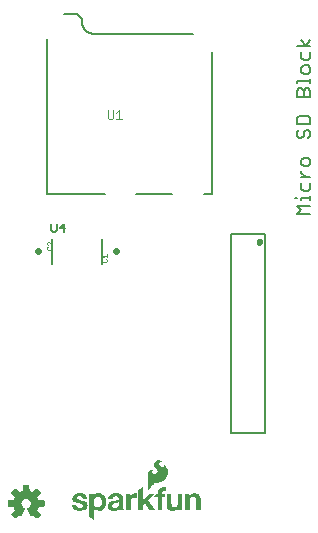
<source format=gbr>
G04 EAGLE Gerber RS-274X export*
G75*
%MOMM*%
%FSLAX34Y34*%
%LPD*%
%INSilkscreen Top*%
%IPPOS*%
%AMOC8*
5,1,8,0,0,1.08239X$1,22.5*%
G01*
%ADD10C,0.203200*%
%ADD11C,0.304800*%
%ADD12C,0.076200*%
%ADD13C,0.127000*%
%ADD14C,0.558800*%
%ADD15C,0.025400*%

G36*
X67740Y5226D02*
X67740Y5226D01*
X67848Y5236D01*
X67861Y5242D01*
X67875Y5244D01*
X67972Y5292D01*
X68071Y5337D01*
X68084Y5348D01*
X68093Y5352D01*
X68108Y5368D01*
X68185Y5430D01*
X70770Y8015D01*
X70833Y8104D01*
X70899Y8189D01*
X70904Y8202D01*
X70912Y8214D01*
X70943Y8317D01*
X70979Y8420D01*
X70979Y8434D01*
X70983Y8447D01*
X70979Y8555D01*
X70980Y8664D01*
X70975Y8677D01*
X70975Y8691D01*
X70937Y8793D01*
X70902Y8895D01*
X70893Y8910D01*
X70889Y8919D01*
X70875Y8936D01*
X70821Y9018D01*
X68057Y12408D01*
X68614Y13490D01*
X68620Y13510D01*
X68662Y13605D01*
X69033Y14764D01*
X73384Y15207D01*
X73488Y15235D01*
X73594Y15260D01*
X73606Y15267D01*
X73619Y15270D01*
X73709Y15331D01*
X73802Y15388D01*
X73810Y15399D01*
X73822Y15407D01*
X73888Y15493D01*
X73957Y15577D01*
X73961Y15590D01*
X73970Y15601D01*
X74004Y15704D01*
X74043Y15805D01*
X74044Y15823D01*
X74048Y15832D01*
X74048Y15854D01*
X74057Y15952D01*
X74057Y19608D01*
X74040Y19715D01*
X74026Y19823D01*
X74020Y19835D01*
X74018Y19849D01*
X73966Y19945D01*
X73919Y20042D01*
X73909Y20052D01*
X73903Y20064D01*
X73823Y20138D01*
X73747Y20215D01*
X73735Y20221D01*
X73725Y20231D01*
X73626Y20276D01*
X73529Y20324D01*
X73511Y20328D01*
X73502Y20332D01*
X73481Y20334D01*
X73384Y20353D01*
X69033Y20796D01*
X68662Y21955D01*
X68653Y21972D01*
X68651Y21980D01*
X68647Y21987D01*
X68614Y22070D01*
X68057Y23152D01*
X70821Y26542D01*
X70875Y26636D01*
X70932Y26728D01*
X70935Y26741D01*
X70942Y26753D01*
X70963Y26860D01*
X70988Y26965D01*
X70986Y26979D01*
X70989Y26993D01*
X70974Y27100D01*
X70964Y27208D01*
X70958Y27221D01*
X70956Y27235D01*
X70908Y27332D01*
X70863Y27431D01*
X70852Y27444D01*
X70848Y27453D01*
X70832Y27468D01*
X70770Y27545D01*
X68185Y30130D01*
X68096Y30193D01*
X68011Y30259D01*
X67998Y30264D01*
X67986Y30272D01*
X67883Y30303D01*
X67780Y30339D01*
X67766Y30339D01*
X67753Y30343D01*
X67645Y30339D01*
X67536Y30340D01*
X67523Y30335D01*
X67509Y30335D01*
X67407Y30297D01*
X67305Y30262D01*
X67290Y30253D01*
X67281Y30249D01*
X67264Y30235D01*
X67182Y30181D01*
X63792Y27417D01*
X62710Y27974D01*
X62690Y27980D01*
X62595Y28022D01*
X61436Y28393D01*
X60993Y32744D01*
X60965Y32848D01*
X60940Y32954D01*
X60933Y32966D01*
X60930Y32979D01*
X60869Y33069D01*
X60812Y33162D01*
X60801Y33170D01*
X60793Y33182D01*
X60707Y33248D01*
X60623Y33317D01*
X60610Y33321D01*
X60599Y33330D01*
X60496Y33364D01*
X60395Y33403D01*
X60377Y33404D01*
X60368Y33408D01*
X60346Y33408D01*
X60248Y33417D01*
X56592Y33417D01*
X56485Y33400D01*
X56377Y33386D01*
X56365Y33380D01*
X56351Y33378D01*
X56255Y33326D01*
X56158Y33279D01*
X56148Y33269D01*
X56136Y33263D01*
X56062Y33183D01*
X55985Y33107D01*
X55979Y33095D01*
X55969Y33085D01*
X55924Y32986D01*
X55876Y32889D01*
X55872Y32871D01*
X55868Y32862D01*
X55866Y32841D01*
X55847Y32744D01*
X55404Y28393D01*
X54245Y28022D01*
X54227Y28012D01*
X54130Y27974D01*
X53048Y27417D01*
X49658Y30181D01*
X49564Y30235D01*
X49472Y30292D01*
X49459Y30295D01*
X49447Y30302D01*
X49340Y30323D01*
X49235Y30348D01*
X49221Y30346D01*
X49207Y30349D01*
X49100Y30334D01*
X48992Y30324D01*
X48979Y30318D01*
X48966Y30316D01*
X48868Y30268D01*
X48769Y30223D01*
X48756Y30212D01*
X48747Y30208D01*
X48732Y30192D01*
X48655Y30130D01*
X46070Y27545D01*
X46007Y27456D01*
X45941Y27371D01*
X45936Y27358D01*
X45928Y27346D01*
X45897Y27243D01*
X45861Y27140D01*
X45861Y27126D01*
X45857Y27113D01*
X45861Y27005D01*
X45860Y26896D01*
X45865Y26883D01*
X45865Y26869D01*
X45903Y26767D01*
X45938Y26665D01*
X45947Y26650D01*
X45951Y26641D01*
X45965Y26624D01*
X46019Y26542D01*
X48783Y23152D01*
X48226Y22070D01*
X48220Y22050D01*
X48178Y21955D01*
X47807Y20796D01*
X43456Y20353D01*
X43352Y20325D01*
X43246Y20300D01*
X43234Y20293D01*
X43221Y20290D01*
X43131Y20229D01*
X43038Y20172D01*
X43030Y20161D01*
X43018Y20153D01*
X42952Y20067D01*
X42884Y19983D01*
X42879Y19970D01*
X42870Y19959D01*
X42836Y19856D01*
X42797Y19755D01*
X42796Y19737D01*
X42792Y19728D01*
X42793Y19706D01*
X42783Y19608D01*
X42783Y15952D01*
X42800Y15845D01*
X42814Y15737D01*
X42820Y15725D01*
X42822Y15711D01*
X42874Y15615D01*
X42921Y15518D01*
X42931Y15508D01*
X42937Y15496D01*
X43017Y15422D01*
X43093Y15345D01*
X43105Y15339D01*
X43116Y15329D01*
X43214Y15284D01*
X43311Y15236D01*
X43329Y15232D01*
X43338Y15228D01*
X43359Y15226D01*
X43456Y15207D01*
X47807Y14764D01*
X48178Y13605D01*
X48188Y13587D01*
X48226Y13490D01*
X48783Y12408D01*
X46019Y9018D01*
X45965Y8924D01*
X45908Y8832D01*
X45905Y8819D01*
X45898Y8807D01*
X45877Y8700D01*
X45852Y8595D01*
X45854Y8581D01*
X45851Y8567D01*
X45866Y8460D01*
X45876Y8352D01*
X45882Y8339D01*
X45884Y8326D01*
X45932Y8228D01*
X45977Y8129D01*
X45988Y8116D01*
X45992Y8107D01*
X46008Y8092D01*
X46070Y8015D01*
X48655Y5430D01*
X48744Y5367D01*
X48829Y5301D01*
X48842Y5296D01*
X48854Y5288D01*
X48957Y5257D01*
X49060Y5221D01*
X49074Y5221D01*
X49087Y5217D01*
X49195Y5221D01*
X49304Y5220D01*
X49317Y5225D01*
X49331Y5225D01*
X49433Y5263D01*
X49535Y5298D01*
X49550Y5307D01*
X49559Y5311D01*
X49576Y5325D01*
X49658Y5379D01*
X53048Y8143D01*
X54130Y7586D01*
X54183Y7569D01*
X54232Y7543D01*
X54298Y7532D01*
X54362Y7511D01*
X54418Y7512D01*
X54472Y7503D01*
X54539Y7514D01*
X54606Y7515D01*
X54658Y7533D01*
X54713Y7542D01*
X54773Y7574D01*
X54836Y7597D01*
X54879Y7631D01*
X54929Y7657D01*
X54975Y7706D01*
X55027Y7748D01*
X55058Y7795D01*
X55096Y7835D01*
X55152Y7940D01*
X55160Y7953D01*
X55161Y7958D01*
X55165Y7965D01*
X57318Y13162D01*
X57338Y13246D01*
X57343Y13258D01*
X57345Y13274D01*
X57370Y13360D01*
X57369Y13380D01*
X57374Y13400D01*
X57366Y13482D01*
X57367Y13501D01*
X57363Y13521D01*
X57359Y13604D01*
X57352Y13623D01*
X57350Y13643D01*
X57318Y13712D01*
X57312Y13739D01*
X57297Y13763D01*
X57270Y13832D01*
X57257Y13847D01*
X57249Y13865D01*
X57204Y13914D01*
X57184Y13946D01*
X57152Y13972D01*
X57113Y14018D01*
X57092Y14033D01*
X57082Y14043D01*
X57061Y14055D01*
X56998Y14099D01*
X56995Y14101D01*
X56994Y14101D01*
X56992Y14103D01*
X56108Y14598D01*
X55429Y15225D01*
X54915Y15994D01*
X54595Y16862D01*
X54487Y17779D01*
X54600Y18714D01*
X54931Y19595D01*
X55463Y20372D01*
X56164Y21001D01*
X56994Y21444D01*
X57906Y21678D01*
X58848Y21688D01*
X59764Y21474D01*
X60604Y21049D01*
X61318Y20436D01*
X61867Y19671D01*
X62218Y18797D01*
X62351Y17865D01*
X62259Y16928D01*
X61947Y16040D01*
X61432Y15252D01*
X60745Y14608D01*
X59846Y14102D01*
X59806Y14069D01*
X59764Y14047D01*
X59733Y14014D01*
X59685Y13979D01*
X59672Y13962D01*
X59656Y13949D01*
X59621Y13895D01*
X59597Y13869D01*
X59584Y13838D01*
X59542Y13781D01*
X59536Y13761D01*
X59525Y13743D01*
X59507Y13670D01*
X59497Y13647D01*
X59494Y13623D01*
X59471Y13548D01*
X59472Y13527D01*
X59467Y13506D01*
X59474Y13422D01*
X59473Y13404D01*
X59476Y13388D01*
X59479Y13304D01*
X59487Y13278D01*
X59488Y13263D01*
X59498Y13241D01*
X59522Y13162D01*
X59830Y12417D01*
X59831Y12417D01*
X60141Y11668D01*
X60451Y10919D01*
X60451Y10918D01*
X60762Y10170D01*
X60762Y10169D01*
X61072Y9420D01*
X61382Y8671D01*
X61383Y8671D01*
X61675Y7965D01*
X61704Y7918D01*
X61725Y7866D01*
X61768Y7815D01*
X61804Y7758D01*
X61847Y7723D01*
X61883Y7680D01*
X61940Y7646D01*
X61992Y7603D01*
X62044Y7584D01*
X62092Y7555D01*
X62158Y7541D01*
X62221Y7517D01*
X62276Y7515D01*
X62330Y7504D01*
X62397Y7511D01*
X62464Y7509D01*
X62518Y7525D01*
X62573Y7532D01*
X62684Y7576D01*
X62698Y7580D01*
X62702Y7583D01*
X62710Y7586D01*
X63792Y8143D01*
X67182Y5379D01*
X67276Y5325D01*
X67368Y5268D01*
X67381Y5265D01*
X67393Y5258D01*
X67500Y5237D01*
X67605Y5212D01*
X67619Y5214D01*
X67633Y5211D01*
X67740Y5226D01*
G37*
G36*
X161666Y29037D02*
X161666Y29037D01*
X161668Y29037D01*
X161868Y29337D01*
X162168Y29636D01*
X162168Y29637D01*
X162468Y30037D01*
X162968Y30536D01*
X162968Y30537D01*
X163468Y31137D01*
X164068Y31736D01*
X164068Y31737D01*
X164568Y32437D01*
X165868Y33736D01*
X165868Y33737D01*
X166368Y34336D01*
X166867Y34736D01*
X167367Y35136D01*
X167866Y35435D01*
X168464Y35535D01*
X170364Y35535D01*
X170365Y35535D01*
X171565Y35735D01*
X172665Y36035D01*
X172666Y36036D01*
X172666Y36035D01*
X173666Y36435D01*
X173666Y36436D01*
X173667Y36436D01*
X174667Y37036D01*
X175467Y37736D01*
X175468Y37736D01*
X176268Y38536D01*
X176268Y38537D01*
X176968Y39437D01*
X176968Y39438D01*
X177968Y41238D01*
X177969Y41239D01*
X178469Y43039D01*
X178468Y43039D01*
X178469Y43040D01*
X178569Y44840D01*
X178569Y44841D01*
X178269Y46441D01*
X178268Y46441D01*
X178269Y46442D01*
X177769Y47842D01*
X177768Y47842D01*
X177768Y47843D01*
X177068Y49043D01*
X176268Y49943D01*
X176267Y49943D01*
X176266Y49944D01*
X175466Y50344D01*
X175465Y50344D01*
X175465Y50345D01*
X175463Y50344D01*
X175460Y50343D01*
X175460Y50341D01*
X175459Y50340D01*
X175459Y49541D01*
X175359Y49242D01*
X175260Y48943D01*
X174962Y48745D01*
X174663Y48645D01*
X173965Y48645D01*
X173166Y49044D01*
X172867Y49244D01*
X172467Y49544D01*
X172167Y49744D01*
X171868Y50043D01*
X171668Y50442D01*
X171668Y50443D01*
X171469Y50742D01*
X171369Y51141D01*
X171369Y51142D01*
X171269Y51440D01*
X171369Y51738D01*
X171468Y51938D01*
X171469Y51938D01*
X171569Y52238D01*
X171768Y52537D01*
X172167Y52836D01*
X172566Y53035D01*
X173065Y53135D01*
X173465Y53235D01*
X173763Y53235D01*
X174062Y53135D01*
X174063Y53136D01*
X174064Y53135D01*
X174364Y53135D01*
X174365Y53136D01*
X174367Y53136D01*
X174367Y53138D01*
X174369Y53139D01*
X174367Y53141D01*
X174368Y53144D01*
X174268Y53244D01*
X174267Y53244D01*
X173867Y53544D01*
X173866Y53544D01*
X173266Y53844D01*
X173266Y53845D01*
X172466Y54145D01*
X171566Y54445D01*
X171565Y54444D01*
X171564Y54445D01*
X170564Y54445D01*
X170563Y54445D01*
X169463Y54245D01*
X169462Y54244D01*
X168362Y53644D01*
X168361Y53644D01*
X167461Y52844D01*
X167461Y52843D01*
X167460Y52843D01*
X166960Y52143D01*
X166960Y52142D01*
X166959Y52142D01*
X166659Y51242D01*
X166659Y51241D01*
X166660Y51241D01*
X166659Y51240D01*
X166659Y50440D01*
X166660Y50439D01*
X166659Y50439D01*
X166859Y49539D01*
X166860Y49538D01*
X167360Y48638D01*
X167360Y48637D01*
X168060Y47837D01*
X168860Y46937D01*
X169560Y46137D01*
X169859Y45439D01*
X169859Y44741D01*
X169660Y44143D01*
X169261Y43644D01*
X168662Y43245D01*
X167863Y43045D01*
X167064Y43045D01*
X166565Y43145D01*
X166066Y43344D01*
X165767Y43544D01*
X165468Y43843D01*
X165269Y44242D01*
X165169Y44541D01*
X165169Y44839D01*
X165269Y45138D01*
X165468Y45437D01*
X165867Y45836D01*
X166166Y45935D01*
X166166Y45936D01*
X166566Y46136D01*
X166567Y46137D01*
X166568Y46136D01*
X166668Y46236D01*
X166668Y46237D01*
X166668Y46239D01*
X166668Y46243D01*
X166667Y46243D01*
X166666Y46244D01*
X166466Y46344D01*
X166465Y46344D01*
X166464Y46345D01*
X166265Y46345D01*
X165865Y46445D01*
X165864Y46444D01*
X165864Y46445D01*
X165064Y46445D01*
X165063Y46445D01*
X164463Y46345D01*
X164463Y46344D01*
X164462Y46345D01*
X163462Y45945D01*
X163462Y45944D01*
X163461Y45944D01*
X163061Y45644D01*
X162561Y45344D01*
X162561Y45343D01*
X162560Y45343D01*
X162260Y44843D01*
X162260Y44842D01*
X161960Y44242D01*
X161959Y44242D01*
X161759Y43642D01*
X161760Y43641D01*
X161759Y43641D01*
X161559Y41841D01*
X161559Y41840D01*
X161559Y29040D01*
X161563Y29035D01*
X161564Y29035D01*
X161664Y29035D01*
X161666Y29037D01*
G37*
G36*
X115865Y3536D02*
X115865Y3536D01*
X115867Y3536D01*
X115867Y3538D01*
X115869Y3540D01*
X115869Y13735D01*
X115962Y13735D01*
X116360Y13237D01*
X116760Y12737D01*
X116761Y12737D01*
X116761Y12736D01*
X117761Y12136D01*
X117762Y12136D01*
X118362Y11836D01*
X118363Y11836D01*
X118363Y11835D01*
X120163Y11535D01*
X120164Y11536D01*
X120165Y11535D01*
X121665Y11735D01*
X121665Y11736D01*
X121666Y11735D01*
X122866Y12135D01*
X122866Y12136D01*
X122867Y12136D01*
X123967Y12936D01*
X123967Y12937D01*
X123968Y12936D01*
X124868Y13836D01*
X124868Y13837D01*
X124868Y13838D01*
X125468Y14938D01*
X125469Y14938D01*
X125969Y16138D01*
X125968Y16139D01*
X125969Y16139D01*
X126269Y17439D01*
X126269Y17440D01*
X126271Y17463D01*
X126271Y17464D01*
X126272Y17478D01*
X126276Y17533D01*
X126277Y17548D01*
X126281Y17603D01*
X126282Y17618D01*
X126286Y17672D01*
X126287Y17687D01*
X126291Y17742D01*
X126292Y17757D01*
X126296Y17811D01*
X126297Y17826D01*
X126300Y17881D01*
X126301Y17881D01*
X126300Y17881D01*
X126302Y17896D01*
X126305Y17950D01*
X126307Y17965D01*
X126310Y18020D01*
X126311Y18035D01*
X126312Y18035D01*
X126315Y18090D01*
X126316Y18104D01*
X126320Y18159D01*
X126321Y18174D01*
X126325Y18229D01*
X126326Y18244D01*
X126330Y18298D01*
X126331Y18313D01*
X126335Y18368D01*
X126336Y18383D01*
X126340Y18437D01*
X126341Y18452D01*
X126345Y18507D01*
X126346Y18522D01*
X126350Y18576D01*
X126350Y18577D01*
X126351Y18591D01*
X126355Y18646D01*
X126356Y18661D01*
X126360Y18716D01*
X126361Y18731D01*
X126365Y18785D01*
X126366Y18800D01*
X126369Y18840D01*
X126269Y20340D01*
X126269Y20341D01*
X125969Y21741D01*
X125569Y23041D01*
X125568Y23042D01*
X125568Y23043D01*
X124868Y24143D01*
X123968Y25143D01*
X123967Y25143D01*
X123967Y25144D01*
X122867Y25844D01*
X122866Y25844D01*
X122866Y25845D01*
X121466Y26345D01*
X121465Y26344D01*
X121464Y26345D01*
X121441Y26347D01*
X121440Y26347D01*
X121366Y26352D01*
X121292Y26357D01*
X121291Y26357D01*
X121217Y26361D01*
X121142Y26366D01*
X121068Y26371D01*
X120993Y26376D01*
X120919Y26381D01*
X120844Y26386D01*
X120770Y26391D01*
X120695Y26396D01*
X120621Y26401D01*
X120546Y26406D01*
X120472Y26411D01*
X120397Y26416D01*
X120323Y26421D01*
X120322Y26421D01*
X120248Y26426D01*
X120174Y26431D01*
X120173Y26431D01*
X120099Y26436D01*
X120024Y26441D01*
X119964Y26445D01*
X119264Y26445D01*
X119263Y26445D01*
X118063Y26245D01*
X118062Y26244D01*
X118061Y26244D01*
X117061Y25644D01*
X116561Y25244D01*
X116560Y25244D01*
X116160Y24844D01*
X116160Y24843D01*
X115769Y24354D01*
X115769Y26140D01*
X115768Y26141D01*
X115765Y26145D01*
X115764Y26144D01*
X115763Y26145D01*
X114763Y25945D01*
X114363Y25845D01*
X113863Y25745D01*
X113463Y25645D01*
X112964Y25645D01*
X112963Y25645D01*
X112463Y25545D01*
X112063Y25445D01*
X112060Y25441D01*
X112059Y25440D01*
X112059Y6940D01*
X112061Y6938D01*
X112061Y6936D01*
X112561Y6536D01*
X113460Y5636D01*
X113461Y5636D01*
X114961Y4436D01*
X115860Y3536D01*
X115862Y3536D01*
X115863Y3535D01*
X115865Y3536D01*
G37*
G36*
X132965Y11536D02*
X132965Y11536D01*
X132966Y11535D01*
X133265Y11635D01*
X133664Y11635D01*
X133665Y11636D01*
X133666Y11635D01*
X133965Y11735D01*
X134264Y11735D01*
X134265Y11736D01*
X134266Y11735D01*
X135466Y12135D01*
X135466Y12136D01*
X135467Y12136D01*
X135766Y12336D01*
X136066Y12435D01*
X136066Y12436D01*
X136067Y12436D01*
X136367Y12636D01*
X136367Y12637D01*
X136368Y12636D01*
X136567Y12836D01*
X136867Y13036D01*
X136867Y13037D01*
X136868Y13037D01*
X137059Y13324D01*
X137059Y12740D01*
X137061Y12738D01*
X137060Y12736D01*
X137159Y12638D01*
X137159Y12340D01*
X137161Y12338D01*
X137160Y12336D01*
X137259Y12238D01*
X137259Y12140D01*
X137261Y12138D01*
X137260Y12136D01*
X137359Y12038D01*
X137359Y11940D01*
X137363Y11935D01*
X137364Y11935D01*
X141264Y11935D01*
X141269Y11939D01*
X141269Y11940D01*
X141269Y12040D01*
X141267Y12042D01*
X141268Y12044D01*
X141168Y12143D01*
X141069Y12341D01*
X141069Y12640D01*
X141068Y12641D01*
X141068Y12642D01*
X140969Y12841D01*
X140969Y13040D01*
X140968Y13041D01*
X140968Y13042D01*
X140869Y13241D01*
X140869Y14140D01*
X140868Y14141D01*
X140868Y14142D01*
X140769Y14341D01*
X140769Y23040D01*
X140769Y23041D01*
X140669Y23541D01*
X140668Y23541D01*
X140669Y23542D01*
X140469Y24042D01*
X140468Y24042D01*
X140268Y24442D01*
X140268Y24443D01*
X139968Y24843D01*
X139967Y24843D01*
X139967Y24844D01*
X138767Y25744D01*
X138766Y25744D01*
X138766Y25745D01*
X138266Y25945D01*
X138265Y25944D01*
X138265Y25945D01*
X137765Y26045D01*
X137266Y26245D01*
X137265Y26244D01*
X137265Y26245D01*
X136765Y26345D01*
X136764Y26345D01*
X136164Y26345D01*
X135665Y26445D01*
X135664Y26445D01*
X133364Y26445D01*
X133363Y26445D01*
X132863Y26345D01*
X132263Y26245D01*
X132263Y26244D01*
X132262Y26245D01*
X131663Y26045D01*
X131163Y25945D01*
X131163Y25944D01*
X131162Y25945D01*
X130662Y25745D01*
X130662Y25744D01*
X130661Y25744D01*
X129661Y25144D01*
X129261Y24844D01*
X129261Y24843D01*
X129260Y24843D01*
X128960Y24443D01*
X128660Y23943D01*
X128360Y23543D01*
X128360Y23542D01*
X128359Y23542D01*
X128159Y22942D01*
X128160Y22941D01*
X128159Y22941D01*
X128159Y22939D01*
X128157Y22929D01*
X128155Y22919D01*
X128154Y22909D01*
X128152Y22899D01*
X128151Y22889D01*
X128150Y22889D01*
X128151Y22889D01*
X128149Y22879D01*
X128147Y22869D01*
X128146Y22859D01*
X128144Y22850D01*
X128144Y22849D01*
X128142Y22840D01*
X128141Y22830D01*
X128139Y22820D01*
X128137Y22810D01*
X128136Y22800D01*
X128134Y22790D01*
X128132Y22780D01*
X128131Y22770D01*
X128129Y22760D01*
X128127Y22750D01*
X128126Y22740D01*
X128124Y22730D01*
X128122Y22720D01*
X128121Y22710D01*
X128119Y22700D01*
X128117Y22691D01*
X128117Y22690D01*
X128116Y22681D01*
X128114Y22671D01*
X128112Y22661D01*
X128111Y22651D01*
X128109Y22641D01*
X128107Y22631D01*
X128106Y22621D01*
X128104Y22611D01*
X128102Y22601D01*
X128101Y22591D01*
X128099Y22581D01*
X128098Y22571D01*
X128097Y22571D01*
X128098Y22571D01*
X128096Y22561D01*
X128094Y22551D01*
X128093Y22541D01*
X128091Y22532D01*
X128091Y22531D01*
X128089Y22522D01*
X128088Y22512D01*
X128086Y22502D01*
X128084Y22492D01*
X128083Y22482D01*
X128081Y22472D01*
X128079Y22462D01*
X128078Y22452D01*
X128076Y22442D01*
X128074Y22432D01*
X128073Y22422D01*
X128071Y22412D01*
X128069Y22402D01*
X128068Y22392D01*
X128066Y22382D01*
X128064Y22373D01*
X128064Y22372D01*
X128063Y22363D01*
X128061Y22353D01*
X128059Y22343D01*
X128059Y22341D01*
X128058Y22333D01*
X128056Y22323D01*
X128054Y22313D01*
X128053Y22303D01*
X128051Y22293D01*
X128049Y22283D01*
X128048Y22273D01*
X128046Y22263D01*
X128045Y22253D01*
X128044Y22253D01*
X128045Y22253D01*
X128043Y22243D01*
X128041Y22233D01*
X128040Y22223D01*
X128038Y22214D01*
X128038Y22213D01*
X128036Y22204D01*
X128035Y22194D01*
X128033Y22184D01*
X128031Y22174D01*
X128030Y22164D01*
X128028Y22154D01*
X128026Y22144D01*
X128025Y22134D01*
X128023Y22124D01*
X128021Y22114D01*
X128020Y22104D01*
X128018Y22094D01*
X128016Y22084D01*
X128015Y22074D01*
X128013Y22064D01*
X128011Y22055D01*
X128011Y22054D01*
X128010Y22045D01*
X128008Y22035D01*
X128006Y22025D01*
X128005Y22015D01*
X128003Y22005D01*
X128001Y21995D01*
X128000Y21985D01*
X127998Y21975D01*
X127996Y21965D01*
X127995Y21955D01*
X127993Y21945D01*
X127992Y21935D01*
X127991Y21935D01*
X127992Y21935D01*
X127990Y21925D01*
X127988Y21915D01*
X127987Y21905D01*
X127985Y21896D01*
X127985Y21895D01*
X127983Y21886D01*
X127982Y21876D01*
X127980Y21866D01*
X127978Y21856D01*
X127977Y21846D01*
X127975Y21836D01*
X127973Y21826D01*
X127972Y21816D01*
X127970Y21806D01*
X127968Y21796D01*
X127967Y21786D01*
X127965Y21776D01*
X127963Y21766D01*
X127962Y21756D01*
X127960Y21746D01*
X127959Y21741D01*
X127960Y21740D01*
X127963Y21735D01*
X127963Y21736D01*
X127964Y21735D01*
X131864Y21735D01*
X131869Y21739D01*
X131869Y21740D01*
X131869Y22239D01*
X131968Y22438D01*
X131969Y22438D01*
X132069Y22738D01*
X132168Y22937D01*
X132567Y23336D01*
X133565Y23835D01*
X135363Y23835D01*
X135562Y23736D01*
X135563Y23736D01*
X135564Y23735D01*
X135763Y23735D01*
X136360Y23436D01*
X136460Y23238D01*
X136461Y23237D01*
X136460Y23236D01*
X136560Y23137D01*
X136859Y22539D01*
X136859Y21442D01*
X136561Y21044D01*
X136062Y20745D01*
X135463Y20545D01*
X134763Y20345D01*
X134063Y20245D01*
X131363Y19945D01*
X130563Y19745D01*
X130562Y19745D01*
X129762Y19445D01*
X129762Y19444D01*
X129062Y19044D01*
X129061Y19044D01*
X128361Y18444D01*
X128361Y18443D01*
X128360Y18442D01*
X127960Y17742D01*
X127959Y17742D01*
X127659Y16842D01*
X127659Y16841D01*
X127459Y15741D01*
X127460Y15740D01*
X127459Y15739D01*
X127559Y15240D01*
X127559Y14740D01*
X127560Y14739D01*
X127560Y14738D01*
X127759Y14338D01*
X127859Y13839D01*
X127860Y13838D01*
X127860Y13837D01*
X128060Y13537D01*
X128360Y13137D01*
X128560Y12837D01*
X128561Y12837D01*
X128560Y12836D01*
X128860Y12536D01*
X128862Y12536D01*
X129262Y12336D01*
X129561Y12136D01*
X129562Y12136D01*
X129962Y11936D01*
X129962Y11935D01*
X130462Y11735D01*
X130463Y11736D01*
X130463Y11735D01*
X130863Y11635D01*
X130864Y11636D01*
X130864Y11635D01*
X131364Y11635D01*
X131863Y11535D01*
X131864Y11535D01*
X132964Y11535D01*
X132965Y11536D01*
G37*
G36*
X157469Y11939D02*
X157469Y11939D01*
X157469Y11940D01*
X157469Y16838D01*
X158963Y18232D01*
X162860Y11937D01*
X162863Y11936D01*
X162864Y11935D01*
X167564Y11935D01*
X167565Y11936D01*
X167566Y11936D01*
X167567Y11937D01*
X167569Y11939D01*
X167568Y11941D01*
X167568Y11943D01*
X161670Y20939D01*
X166968Y26136D01*
X166968Y26138D01*
X166969Y26139D01*
X166968Y26141D01*
X166968Y26143D01*
X166966Y26143D01*
X166964Y26145D01*
X162364Y26145D01*
X162362Y26143D01*
X162360Y26143D01*
X157469Y21052D01*
X157469Y31440D01*
X157468Y31441D01*
X157469Y31442D01*
X157467Y31442D01*
X157465Y31445D01*
X157463Y31444D01*
X157462Y31444D01*
X153562Y29344D01*
X153561Y29342D01*
X153560Y29341D01*
X153559Y29340D01*
X153559Y11940D01*
X153563Y11935D01*
X153564Y11935D01*
X157464Y11935D01*
X157469Y11939D01*
G37*
G36*
X196869Y11939D02*
X196869Y11939D01*
X196869Y11940D01*
X196869Y20340D01*
X196969Y21239D01*
X197269Y21938D01*
X197568Y22437D01*
X197967Y22936D01*
X198466Y23235D01*
X199065Y23335D01*
X199864Y23435D01*
X200463Y23335D01*
X200962Y23235D01*
X201461Y22936D01*
X201760Y22537D01*
X202059Y22038D01*
X202159Y21439D01*
X202259Y20739D01*
X202359Y19940D01*
X202359Y11940D01*
X202363Y11935D01*
X202364Y11935D01*
X206264Y11935D01*
X206269Y11939D01*
X206269Y11940D01*
X206269Y20640D01*
X206169Y21940D01*
X206169Y21941D01*
X205969Y23041D01*
X205669Y24041D01*
X205668Y24042D01*
X205668Y24043D01*
X205168Y24843D01*
X205168Y24844D01*
X204468Y25544D01*
X204467Y25544D01*
X204466Y25544D01*
X203566Y26044D01*
X203565Y26045D01*
X202465Y26345D01*
X202464Y26345D01*
X202403Y26349D01*
X202333Y26354D01*
X202264Y26359D01*
X202194Y26364D01*
X202125Y26369D01*
X202124Y26369D01*
X202055Y26374D01*
X201985Y26379D01*
X201916Y26384D01*
X201846Y26389D01*
X201777Y26394D01*
X201707Y26399D01*
X201638Y26404D01*
X201637Y26404D01*
X201568Y26409D01*
X201498Y26414D01*
X201429Y26419D01*
X201359Y26424D01*
X201290Y26429D01*
X201220Y26434D01*
X201151Y26439D01*
X201081Y26444D01*
X201064Y26445D01*
X200464Y26445D01*
X200463Y26445D01*
X199863Y26345D01*
X199863Y26344D01*
X199862Y26345D01*
X198662Y25945D01*
X198662Y25944D01*
X198661Y25944D01*
X198061Y25544D01*
X197561Y25144D01*
X197560Y25144D01*
X197160Y24744D01*
X197160Y24743D01*
X196761Y24145D01*
X196669Y24145D01*
X196669Y26140D01*
X196665Y26145D01*
X196664Y26145D01*
X192964Y26145D01*
X192959Y26141D01*
X192959Y26140D01*
X192959Y11940D01*
X192963Y11935D01*
X192964Y11935D01*
X196864Y11935D01*
X196869Y11939D01*
G37*
G36*
X182764Y11536D02*
X182764Y11536D01*
X182765Y11535D01*
X183365Y11635D01*
X184065Y11735D01*
X184065Y11736D01*
X184066Y11735D01*
X184666Y11935D01*
X185166Y12135D01*
X185166Y12136D01*
X185766Y12436D01*
X185767Y12436D01*
X186267Y12836D01*
X186267Y12837D01*
X186268Y12837D01*
X186668Y13337D01*
X187067Y13935D01*
X187159Y13935D01*
X187159Y11940D01*
X187163Y11935D01*
X187164Y11935D01*
X190864Y11935D01*
X190869Y11939D01*
X190869Y11940D01*
X190869Y26140D01*
X190865Y26145D01*
X190864Y26145D01*
X186964Y26145D01*
X186959Y26141D01*
X186959Y26140D01*
X186959Y17640D01*
X186958Y17632D01*
X186957Y17627D01*
X186957Y17622D01*
X186953Y17593D01*
X186952Y17588D01*
X186952Y17583D01*
X186948Y17553D01*
X186947Y17548D01*
X186947Y17543D01*
X186943Y17513D01*
X186943Y17508D01*
X186942Y17508D01*
X186943Y17508D01*
X186942Y17503D01*
X186938Y17473D01*
X186938Y17468D01*
X186937Y17463D01*
X186933Y17434D01*
X186933Y17429D01*
X186932Y17424D01*
X186928Y17394D01*
X186928Y17389D01*
X186927Y17384D01*
X186923Y17354D01*
X186923Y17349D01*
X186922Y17344D01*
X186918Y17314D01*
X186918Y17309D01*
X186917Y17304D01*
X186913Y17275D01*
X186913Y17270D01*
X186912Y17265D01*
X186908Y17235D01*
X186908Y17230D01*
X186907Y17225D01*
X186903Y17195D01*
X186903Y17190D01*
X186902Y17185D01*
X186898Y17155D01*
X186898Y17150D01*
X186897Y17145D01*
X186893Y17116D01*
X186893Y17111D01*
X186892Y17106D01*
X186888Y17076D01*
X186888Y17071D01*
X186887Y17066D01*
X186884Y17036D01*
X186883Y17036D01*
X186884Y17036D01*
X186883Y17031D01*
X186882Y17026D01*
X186879Y16996D01*
X186878Y16991D01*
X186877Y16986D01*
X186874Y16957D01*
X186873Y16952D01*
X186872Y16947D01*
X186869Y16917D01*
X186868Y16912D01*
X186867Y16907D01*
X186864Y16877D01*
X186863Y16872D01*
X186862Y16867D01*
X186859Y16841D01*
X186559Y16142D01*
X186260Y15543D01*
X185861Y15144D01*
X185362Y14845D01*
X184763Y14745D01*
X183964Y14645D01*
X183365Y14745D01*
X182866Y14845D01*
X182367Y15144D01*
X182068Y15543D01*
X181769Y15942D01*
X181669Y16541D01*
X181469Y18140D01*
X181469Y26140D01*
X181465Y26145D01*
X181464Y26145D01*
X177664Y26145D01*
X177659Y26141D01*
X177659Y26140D01*
X177659Y16140D01*
X177659Y16139D01*
X177859Y15039D01*
X178159Y14039D01*
X178160Y14038D01*
X178660Y13138D01*
X178661Y13137D01*
X178661Y13136D01*
X179361Y12536D01*
X179362Y12536D01*
X180262Y12036D01*
X180262Y12035D01*
X181362Y11635D01*
X181363Y11636D01*
X181364Y11635D01*
X182764Y11535D01*
X182764Y11536D01*
G37*
G36*
X105164Y11635D02*
X105164Y11635D01*
X105165Y11635D01*
X106365Y11835D01*
X107465Y12135D01*
X107466Y12136D01*
X108466Y12636D01*
X108467Y12636D01*
X109267Y13336D01*
X109267Y13337D01*
X109268Y13337D01*
X109868Y14137D01*
X109868Y14138D01*
X109869Y14138D01*
X110269Y15238D01*
X110268Y15239D01*
X110269Y15239D01*
X110469Y16539D01*
X110468Y16540D01*
X110469Y16541D01*
X110369Y17441D01*
X110368Y17441D01*
X110369Y17442D01*
X110069Y18142D01*
X110068Y18142D01*
X110068Y18143D01*
X109668Y18743D01*
X109667Y18743D01*
X109667Y18744D01*
X109067Y19244D01*
X109066Y19244D01*
X107666Y20044D01*
X107665Y20045D01*
X106765Y20245D01*
X104365Y20845D01*
X103565Y20945D01*
X102966Y21145D01*
X102367Y21444D01*
X101968Y21744D01*
X101669Y22142D01*
X101569Y22541D01*
X101569Y22939D01*
X101768Y23237D01*
X101967Y23536D01*
X102265Y23635D01*
X102665Y23735D01*
X102666Y23735D01*
X102965Y23835D01*
X104663Y23835D01*
X105162Y23636D01*
X105562Y23436D01*
X105860Y23236D01*
X106060Y22938D01*
X106259Y22439D01*
X106359Y21939D01*
X106363Y21936D01*
X106364Y21935D01*
X110064Y21935D01*
X110065Y21936D01*
X110069Y21939D01*
X110068Y21940D01*
X110069Y21941D01*
X109869Y23141D01*
X109868Y23141D01*
X109868Y23142D01*
X109368Y24142D01*
X109368Y24143D01*
X108768Y24943D01*
X108767Y24943D01*
X108767Y24944D01*
X107967Y25544D01*
X107966Y25544D01*
X107966Y25545D01*
X107066Y25945D01*
X107066Y25944D01*
X107065Y25945D01*
X106065Y26245D01*
X104965Y26445D01*
X104964Y26445D01*
X102664Y26445D01*
X102663Y26445D01*
X101563Y26245D01*
X100563Y26045D01*
X100563Y26044D01*
X100562Y26044D01*
X99562Y25544D01*
X99561Y25544D01*
X98861Y24944D01*
X98861Y24943D01*
X98860Y24943D01*
X98160Y24143D01*
X98160Y24142D01*
X98159Y24142D01*
X97759Y23142D01*
X97760Y23141D01*
X97759Y23140D01*
X97659Y21940D01*
X97659Y21939D01*
X97759Y21039D01*
X97760Y21039D01*
X97759Y21038D01*
X98059Y20338D01*
X98060Y20338D01*
X98060Y20337D01*
X98460Y19737D01*
X98461Y19737D01*
X98461Y19736D01*
X99061Y19336D01*
X99062Y19336D01*
X99762Y18936D01*
X99762Y18935D01*
X100462Y18635D01*
X101262Y18335D01*
X101263Y18336D01*
X101263Y18335D01*
X102163Y18135D01*
X103163Y17935D01*
X104763Y17535D01*
X105362Y17335D01*
X105861Y17036D01*
X106260Y16737D01*
X106459Y16338D01*
X106559Y15940D01*
X106459Y15541D01*
X106360Y15143D01*
X106061Y14844D01*
X105661Y14544D01*
X105262Y14345D01*
X104863Y14245D01*
X104464Y14245D01*
X104463Y14244D01*
X104463Y14245D01*
X104064Y14145D01*
X103465Y14245D01*
X102965Y14345D01*
X102366Y14445D01*
X101967Y14744D01*
X101568Y15044D01*
X101268Y15443D01*
X101069Y15941D01*
X101069Y16540D01*
X101065Y16545D01*
X101064Y16545D01*
X97364Y16545D01*
X97359Y16541D01*
X97360Y16540D01*
X97359Y16539D01*
X97559Y15239D01*
X97560Y15239D01*
X97559Y15238D01*
X97959Y14238D01*
X97960Y14238D01*
X97960Y14237D01*
X98660Y13337D01*
X98661Y13337D01*
X98661Y13336D01*
X99461Y12636D01*
X99462Y12636D01*
X100462Y12136D01*
X100463Y12135D01*
X101563Y11835D01*
X102763Y11635D01*
X102764Y11635D01*
X103964Y11535D01*
X105164Y11635D01*
G37*
G36*
X173769Y11939D02*
X173769Y11939D01*
X173769Y11940D01*
X173769Y23535D01*
X176464Y23535D01*
X176469Y23539D01*
X176469Y23540D01*
X176469Y26140D01*
X176465Y26145D01*
X176464Y26145D01*
X173769Y26145D01*
X173769Y26939D01*
X173869Y27339D01*
X173868Y27340D01*
X173869Y27340D01*
X173869Y27739D01*
X173968Y27938D01*
X174167Y28236D01*
X174566Y28435D01*
X174965Y28535D01*
X176664Y28535D01*
X176669Y28539D01*
X176669Y28540D01*
X176669Y31340D01*
X176667Y31343D01*
X176666Y31344D01*
X176466Y31444D01*
X176465Y31444D01*
X176464Y31445D01*
X173564Y31445D01*
X173563Y31444D01*
X173563Y31445D01*
X172563Y31145D01*
X172562Y31144D01*
X171762Y30744D01*
X171761Y30744D01*
X171061Y30244D01*
X171061Y30243D01*
X171060Y30243D01*
X170560Y29643D01*
X170560Y29642D01*
X170559Y29642D01*
X170259Y28942D01*
X169959Y28142D01*
X169960Y28141D01*
X169959Y28140D01*
X169959Y26145D01*
X168764Y26145D01*
X168762Y26143D01*
X168760Y26143D01*
X168460Y25744D01*
X168061Y25444D01*
X168060Y25444D01*
X166461Y23844D01*
X166061Y23544D01*
X166061Y23542D01*
X166059Y23541D01*
X166060Y23540D01*
X166060Y23538D01*
X166062Y23537D01*
X166064Y23535D01*
X169959Y23535D01*
X169959Y11940D01*
X169963Y11935D01*
X169964Y11935D01*
X173764Y11935D01*
X173769Y11939D01*
G37*
G36*
X146869Y11939D02*
X146869Y11939D01*
X146869Y11940D01*
X146869Y19239D01*
X147069Y20139D01*
X147269Y20838D01*
X147668Y21537D01*
X148167Y22136D01*
X148866Y22535D01*
X149665Y22735D01*
X150665Y22835D01*
X151763Y22835D01*
X151962Y22736D01*
X151963Y22736D01*
X151964Y22735D01*
X152064Y22735D01*
X152069Y22739D01*
X152069Y22740D01*
X152069Y26340D01*
X152065Y26345D01*
X152064Y26345D01*
X151966Y26345D01*
X151868Y26444D01*
X151865Y26444D01*
X151864Y26445D01*
X150464Y26445D01*
X150463Y26444D01*
X150463Y26445D01*
X149763Y26245D01*
X149762Y26245D01*
X149162Y26045D01*
X149162Y26044D01*
X148462Y25644D01*
X148461Y25644D01*
X147961Y25244D01*
X147961Y25243D01*
X147960Y25243D01*
X147460Y24643D01*
X147060Y24143D01*
X147060Y24142D01*
X146669Y23459D01*
X146669Y26140D01*
X146669Y26141D01*
X146668Y26141D01*
X146665Y26145D01*
X146664Y26144D01*
X146663Y26145D01*
X146263Y26045D01*
X145763Y25945D01*
X145263Y25845D01*
X144863Y25745D01*
X144364Y25645D01*
X143864Y25645D01*
X143863Y25644D01*
X143863Y25645D01*
X143463Y25545D01*
X142963Y25445D01*
X142961Y25442D01*
X142959Y25441D01*
X142960Y25440D01*
X142959Y25440D01*
X142959Y11940D01*
X142963Y11935D01*
X142964Y11935D01*
X146864Y11935D01*
X146869Y11939D01*
G37*
%LPC*%
G36*
X118265Y14645D02*
X118265Y14645D01*
X117566Y14844D01*
X116967Y15344D01*
X116468Y15843D01*
X116169Y16542D01*
X115969Y17341D01*
X115769Y18141D01*
X115769Y19840D01*
X115770Y19852D01*
X115771Y19852D01*
X115771Y19857D01*
X115772Y19862D01*
X115772Y19867D01*
X115775Y19892D01*
X115776Y19896D01*
X115776Y19897D01*
X115777Y19901D01*
X115777Y19906D01*
X115780Y19931D01*
X115781Y19936D01*
X115782Y19941D01*
X115782Y19946D01*
X115785Y19971D01*
X115786Y19976D01*
X115787Y19981D01*
X115787Y19986D01*
X115790Y20011D01*
X115791Y20016D01*
X115792Y20021D01*
X115792Y20026D01*
X115795Y20051D01*
X115796Y20055D01*
X115796Y20056D01*
X115797Y20060D01*
X115797Y20065D01*
X115800Y20090D01*
X115801Y20095D01*
X115802Y20100D01*
X115802Y20105D01*
X115805Y20130D01*
X115806Y20135D01*
X115807Y20140D01*
X115807Y20145D01*
X115810Y20170D01*
X115811Y20175D01*
X115811Y20180D01*
X115812Y20180D01*
X115811Y20180D01*
X115812Y20185D01*
X115815Y20210D01*
X115816Y20214D01*
X115816Y20215D01*
X115816Y20219D01*
X115817Y20224D01*
X115820Y20249D01*
X115821Y20254D01*
X115821Y20259D01*
X115822Y20264D01*
X115825Y20289D01*
X115826Y20294D01*
X115826Y20299D01*
X115827Y20304D01*
X115830Y20329D01*
X115831Y20334D01*
X115831Y20339D01*
X115832Y20344D01*
X115835Y20369D01*
X115836Y20373D01*
X115836Y20374D01*
X115836Y20378D01*
X115837Y20383D01*
X115840Y20408D01*
X115841Y20413D01*
X115841Y20418D01*
X115842Y20423D01*
X115845Y20448D01*
X115846Y20453D01*
X115846Y20458D01*
X115847Y20463D01*
X115850Y20488D01*
X115851Y20493D01*
X115851Y20498D01*
X115852Y20503D01*
X115855Y20528D01*
X115856Y20532D01*
X115856Y20533D01*
X115856Y20537D01*
X115857Y20542D01*
X115860Y20567D01*
X115861Y20572D01*
X115861Y20577D01*
X115862Y20582D01*
X115865Y20607D01*
X115866Y20612D01*
X115866Y20617D01*
X115867Y20622D01*
X115869Y20639D01*
X116169Y21438D01*
X116468Y22137D01*
X116968Y22736D01*
X117467Y23136D01*
X118265Y23435D01*
X119064Y23535D01*
X119963Y23435D01*
X120662Y23136D01*
X121261Y22736D01*
X121760Y22137D01*
X122059Y21438D01*
X122359Y20639D01*
X122459Y19840D01*
X122459Y18140D01*
X122458Y18131D01*
X122457Y18126D01*
X122457Y18121D01*
X122453Y18091D01*
X122452Y18086D01*
X122452Y18081D01*
X122448Y18051D01*
X122447Y18046D01*
X122447Y18041D01*
X122443Y18011D01*
X122442Y18006D01*
X122442Y18001D01*
X122438Y17972D01*
X122437Y17967D01*
X122437Y17962D01*
X122433Y17932D01*
X122432Y17927D01*
X122432Y17922D01*
X122428Y17892D01*
X122427Y17887D01*
X122427Y17882D01*
X122423Y17852D01*
X122422Y17847D01*
X122422Y17842D01*
X122418Y17813D01*
X122417Y17808D01*
X122417Y17803D01*
X122413Y17773D01*
X122412Y17768D01*
X122412Y17763D01*
X122408Y17733D01*
X122408Y17728D01*
X122407Y17728D01*
X122408Y17728D01*
X122407Y17723D01*
X122403Y17693D01*
X122403Y17688D01*
X122402Y17683D01*
X122398Y17654D01*
X122398Y17649D01*
X122397Y17644D01*
X122393Y17614D01*
X122393Y17609D01*
X122392Y17604D01*
X122388Y17574D01*
X122388Y17569D01*
X122387Y17564D01*
X122383Y17534D01*
X122383Y17529D01*
X122382Y17524D01*
X122378Y17495D01*
X122378Y17490D01*
X122377Y17485D01*
X122373Y17455D01*
X122373Y17450D01*
X122372Y17445D01*
X122368Y17415D01*
X122368Y17410D01*
X122367Y17405D01*
X122363Y17375D01*
X122363Y17370D01*
X122362Y17365D01*
X122359Y17341D01*
X122059Y16542D01*
X121760Y15843D01*
X121360Y15344D01*
X120762Y14845D01*
X119963Y14645D01*
X119164Y14545D01*
X118265Y14645D01*
G37*
%LPD*%
%LPC*%
G36*
X133265Y14145D02*
X133265Y14145D01*
X133066Y14244D01*
X133065Y14244D01*
X133064Y14245D01*
X132865Y14245D01*
X132666Y14344D01*
X132665Y14344D01*
X132664Y14345D01*
X132465Y14345D01*
X132067Y14544D01*
X131968Y14644D01*
X131966Y14644D01*
X131768Y14744D01*
X131668Y14942D01*
X131667Y14943D01*
X131668Y14944D01*
X131568Y15043D01*
X131469Y15241D01*
X131469Y15440D01*
X131468Y15441D01*
X131469Y15442D01*
X131369Y15741D01*
X131369Y16239D01*
X131468Y16438D01*
X131469Y16439D01*
X131468Y16439D01*
X131469Y16440D01*
X131469Y16639D01*
X131768Y17236D01*
X131966Y17336D01*
X131967Y17337D01*
X131968Y17336D01*
X132067Y17436D01*
X132466Y17636D01*
X132467Y17637D01*
X132468Y17636D01*
X132567Y17736D01*
X132766Y17835D01*
X133065Y17935D01*
X133264Y17935D01*
X133265Y17936D01*
X133266Y17936D01*
X133465Y18035D01*
X133864Y18035D01*
X133865Y18036D01*
X133866Y18035D01*
X134165Y18135D01*
X134564Y18135D01*
X134565Y18136D01*
X134566Y18135D01*
X134865Y18235D01*
X135064Y18235D01*
X135065Y18236D01*
X135066Y18236D01*
X135265Y18335D01*
X135664Y18335D01*
X135665Y18336D01*
X135666Y18336D01*
X135865Y18435D01*
X136064Y18435D01*
X136065Y18436D01*
X136066Y18436D01*
X136465Y18635D01*
X136664Y18635D01*
X136666Y18637D01*
X136668Y18636D01*
X136859Y18828D01*
X136859Y16541D01*
X136759Y16242D01*
X136660Y16042D01*
X136659Y16042D01*
X136559Y15742D01*
X136460Y15443D01*
X136260Y15244D01*
X136260Y15243D01*
X136060Y14943D01*
X135861Y14744D01*
X135562Y14545D01*
X135163Y14445D01*
X135162Y14444D01*
X134763Y14245D01*
X134264Y14245D01*
X134263Y14245D01*
X133764Y14145D01*
X133265Y14145D01*
G37*
%LPD*%
D10*
X298704Y262636D02*
X288027Y262636D01*
X291586Y266195D01*
X288027Y269754D01*
X298704Y269754D01*
X291586Y274330D02*
X291586Y276109D01*
X298704Y276109D01*
X298704Y274330D02*
X298704Y277889D01*
X288027Y276109D02*
X286247Y276109D01*
X291586Y283905D02*
X291586Y289244D01*
X291586Y283905D02*
X293365Y282126D01*
X296925Y282126D01*
X298704Y283905D01*
X298704Y289244D01*
X298704Y293820D02*
X291586Y293820D01*
X295145Y293820D02*
X291586Y297379D01*
X291586Y299158D01*
X298704Y305344D02*
X298704Y308903D01*
X296925Y310683D01*
X293365Y310683D01*
X291586Y308903D01*
X291586Y305344D01*
X293365Y303565D01*
X296925Y303565D01*
X298704Y305344D01*
X288027Y332291D02*
X289806Y334071D01*
X288027Y332291D02*
X288027Y328732D01*
X289806Y326953D01*
X291586Y326953D01*
X293365Y328732D01*
X293365Y332291D01*
X295145Y334071D01*
X296925Y334071D01*
X298704Y332291D01*
X298704Y328732D01*
X296925Y326953D01*
X298704Y338647D02*
X288027Y338647D01*
X298704Y338647D02*
X298704Y343985D01*
X296925Y345765D01*
X289806Y345765D01*
X288027Y343985D01*
X288027Y338647D01*
X288027Y362035D02*
X298704Y362035D01*
X288027Y362035D02*
X288027Y367373D01*
X289806Y369153D01*
X291586Y369153D01*
X293365Y367373D01*
X295145Y369153D01*
X296925Y369153D01*
X298704Y367373D01*
X298704Y362035D01*
X293365Y362035D02*
X293365Y367373D01*
X288027Y373729D02*
X288027Y375508D01*
X298704Y375508D01*
X298704Y373729D02*
X298704Y377288D01*
X298704Y383304D02*
X298704Y386863D01*
X296925Y388643D01*
X293365Y388643D01*
X291586Y386863D01*
X291586Y383304D01*
X293365Y381525D01*
X296925Y381525D01*
X298704Y383304D01*
X291586Y394998D02*
X291586Y400337D01*
X291586Y394998D02*
X293365Y393219D01*
X296925Y393219D01*
X298704Y394998D01*
X298704Y400337D01*
X298704Y404913D02*
X288027Y404913D01*
X295145Y404913D02*
X298704Y410251D01*
X295145Y404913D02*
X291586Y410251D01*
D11*
X255400Y238798D02*
X255402Y238861D01*
X255408Y238923D01*
X255418Y238985D01*
X255431Y239047D01*
X255449Y239107D01*
X255470Y239166D01*
X255495Y239224D01*
X255524Y239280D01*
X255556Y239334D01*
X255591Y239386D01*
X255629Y239435D01*
X255671Y239483D01*
X255715Y239527D01*
X255763Y239569D01*
X255812Y239607D01*
X255864Y239642D01*
X255918Y239674D01*
X255974Y239703D01*
X256032Y239728D01*
X256091Y239749D01*
X256151Y239767D01*
X256213Y239780D01*
X256275Y239790D01*
X256337Y239796D01*
X256400Y239798D01*
X256463Y239796D01*
X256525Y239790D01*
X256587Y239780D01*
X256649Y239767D01*
X256709Y239749D01*
X256768Y239728D01*
X256826Y239703D01*
X256882Y239674D01*
X256936Y239642D01*
X256988Y239607D01*
X257037Y239569D01*
X257085Y239527D01*
X257129Y239483D01*
X257171Y239435D01*
X257209Y239386D01*
X257244Y239334D01*
X257276Y239280D01*
X257305Y239224D01*
X257330Y239166D01*
X257351Y239107D01*
X257369Y239047D01*
X257382Y238985D01*
X257392Y238923D01*
X257398Y238861D01*
X257400Y238798D01*
X257398Y238735D01*
X257392Y238673D01*
X257382Y238611D01*
X257369Y238549D01*
X257351Y238489D01*
X257330Y238430D01*
X257305Y238372D01*
X257276Y238316D01*
X257244Y238262D01*
X257209Y238210D01*
X257171Y238161D01*
X257129Y238113D01*
X257085Y238069D01*
X257037Y238027D01*
X256988Y237989D01*
X256936Y237954D01*
X256882Y237922D01*
X256826Y237893D01*
X256768Y237868D01*
X256709Y237847D01*
X256649Y237829D01*
X256587Y237816D01*
X256525Y237806D01*
X256463Y237800D01*
X256400Y237798D01*
X256337Y237800D01*
X256275Y237806D01*
X256213Y237816D01*
X256151Y237829D01*
X256091Y237847D01*
X256032Y237868D01*
X255974Y237893D01*
X255918Y237922D01*
X255864Y237954D01*
X255812Y237989D01*
X255763Y238027D01*
X255715Y238069D01*
X255671Y238113D01*
X255629Y238161D01*
X255591Y238210D01*
X255556Y238262D01*
X255524Y238316D01*
X255495Y238372D01*
X255470Y238430D01*
X255449Y238489D01*
X255431Y238549D01*
X255418Y238611D01*
X255408Y238673D01*
X255402Y238735D01*
X255400Y238798D01*
D10*
X260800Y245798D02*
X260800Y77798D01*
X260800Y245798D02*
X232000Y245798D01*
X232000Y77798D01*
X260800Y77798D01*
X75900Y279400D02*
X75900Y411400D01*
X215900Y400400D02*
X215900Y279400D01*
X98900Y432400D02*
X90900Y432400D01*
X115900Y415400D02*
X199900Y415400D01*
X124900Y279400D02*
X75900Y279400D01*
X151900Y279400D02*
X181900Y279400D01*
X208900Y279400D02*
X215900Y279400D01*
X105900Y425400D02*
X105910Y425560D01*
X105917Y425721D01*
X105919Y425881D01*
X105917Y426042D01*
X105912Y426202D01*
X105903Y426363D01*
X105889Y426523D01*
X105872Y426682D01*
X105851Y426841D01*
X105826Y427000D01*
X105796Y427158D01*
X105764Y427315D01*
X105727Y427472D01*
X105686Y427627D01*
X105642Y427781D01*
X105593Y427934D01*
X105541Y428086D01*
X105486Y428237D01*
X105426Y428386D01*
X105363Y428534D01*
X105297Y428680D01*
X105226Y428824D01*
X105153Y428967D01*
X105075Y429108D01*
X104995Y429246D01*
X104910Y429383D01*
X104823Y429518D01*
X104732Y429650D01*
X104638Y429781D01*
X104541Y429908D01*
X104441Y430034D01*
X104337Y430157D01*
X104231Y430277D01*
X104122Y430395D01*
X104010Y430510D01*
X103895Y430622D01*
X103777Y430731D01*
X103657Y430837D01*
X103534Y430941D01*
X103408Y431041D01*
X103281Y431138D01*
X103150Y431232D01*
X103018Y431323D01*
X102883Y431410D01*
X102746Y431495D01*
X102608Y431575D01*
X102467Y431653D01*
X102324Y431726D01*
X102180Y431797D01*
X102034Y431863D01*
X101886Y431926D01*
X101737Y431986D01*
X101586Y432041D01*
X101434Y432093D01*
X101281Y432142D01*
X101127Y432186D01*
X100972Y432227D01*
X100815Y432264D01*
X100658Y432296D01*
X100500Y432326D01*
X100341Y432351D01*
X100182Y432372D01*
X100023Y432389D01*
X99863Y432403D01*
X99702Y432412D01*
X99542Y432417D01*
X99381Y432419D01*
X99221Y432417D01*
X99060Y432410D01*
X98900Y432400D01*
X105900Y425400D02*
X105909Y425152D01*
X105924Y424905D01*
X105945Y424658D01*
X105972Y424412D01*
X106005Y424167D01*
X106044Y423922D01*
X106088Y423678D01*
X106139Y423436D01*
X106195Y423195D01*
X106258Y422955D01*
X106326Y422717D01*
X106399Y422480D01*
X106479Y422246D01*
X106564Y422013D01*
X106654Y421783D01*
X106751Y421554D01*
X106852Y421328D01*
X106959Y421105D01*
X107072Y420884D01*
X107190Y420666D01*
X107313Y420451D01*
X107441Y420240D01*
X107574Y420031D01*
X107712Y419825D01*
X107855Y419623D01*
X108003Y419424D01*
X108156Y419229D01*
X108314Y419038D01*
X108476Y418851D01*
X108642Y418667D01*
X108813Y418488D01*
X108988Y418313D01*
X109167Y418142D01*
X109351Y417976D01*
X109538Y417814D01*
X109729Y417656D01*
X109924Y417503D01*
X110123Y417355D01*
X110325Y417212D01*
X110531Y417074D01*
X110740Y416941D01*
X110951Y416813D01*
X111166Y416690D01*
X111384Y416572D01*
X111605Y416459D01*
X111828Y416352D01*
X112054Y416251D01*
X112283Y416154D01*
X112513Y416064D01*
X112746Y415979D01*
X112980Y415899D01*
X113217Y415826D01*
X113455Y415758D01*
X113695Y415695D01*
X113936Y415639D01*
X114178Y415588D01*
X114422Y415544D01*
X114667Y415505D01*
X114912Y415472D01*
X115158Y415445D01*
X115405Y415424D01*
X115652Y415409D01*
X115900Y415400D01*
D12*
X127381Y350653D02*
X127381Y344510D01*
X128610Y343281D01*
X131067Y343281D01*
X132296Y344510D01*
X132296Y350653D01*
X134865Y348196D02*
X137323Y350653D01*
X137323Y343281D01*
X139780Y343281D02*
X134865Y343281D01*
D10*
X123100Y241390D02*
X123100Y220890D01*
X80100Y220890D02*
X80100Y241390D01*
D13*
X79735Y248919D02*
X79735Y254639D01*
X79735Y248919D02*
X80879Y247775D01*
X83167Y247775D01*
X84311Y248919D01*
X84311Y254639D01*
X90651Y254639D02*
X90651Y247775D01*
X87219Y251207D02*
X90651Y254639D01*
X91795Y251207D02*
X87219Y251207D01*
D14*
X134315Y231140D02*
X134925Y231140D01*
D15*
X123695Y224919D02*
X123060Y224284D01*
X123060Y223013D01*
X123695Y222377D01*
X126237Y222377D01*
X126873Y223013D01*
X126873Y224284D01*
X126237Y224919D01*
X124331Y226119D02*
X123060Y227390D01*
X126873Y227390D01*
X126873Y226119D02*
X126873Y228661D01*
D14*
X68885Y231140D02*
X68275Y231140D01*
D15*
X76324Y234579D02*
X76959Y235215D01*
X76324Y234579D02*
X76324Y233308D01*
X76959Y232673D01*
X79501Y232673D01*
X80137Y233308D01*
X80137Y234579D01*
X79501Y235215D01*
X80137Y236415D02*
X80137Y238957D01*
X80137Y236415D02*
X77595Y238957D01*
X76959Y238957D01*
X76324Y238322D01*
X76324Y237050D01*
X76959Y236415D01*
M02*

</source>
